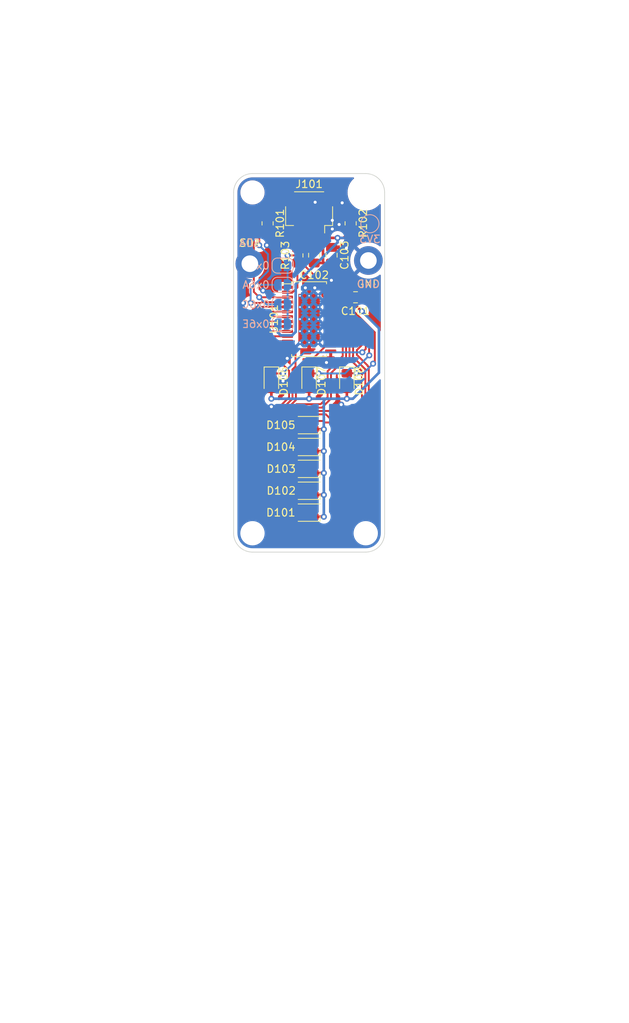
<source format=kicad_pcb>
(kicad_pcb (version 20211014) (generator pcbnew)
  (layers (0 "F.Cu" signal) (31 "B.Cu" signal) (34 "B.Paste" user) (35 "F.Paste" user) (36 "B.SilkS" user "B.Silkscreen") (37 "F.SilkS" user "F.Silkscreen") (38 "B.Mask" user) (39 "F.Mask" user) (44 "Edge.Cuts" user))
  (net 0 "")
  (net 1 "+3V3")
  (net 2 "/SDA")
  (net 3 "/SCL")
  (net 4 "GND")
  (net 5 "Net-(JP101-Pad2)")
  (net 6 "/ISET")
  (net 7 "Net-(D103-Pad2)")
  (net 8 "Net-(D103-Pad3)")
  (net 9 "Net-(D103-Pad4)")
  (net 10 "Net-(D104-Pad2)")
  (net 11 "Net-(D104-Pad3)")
  (net 12 "Net-(D104-Pad4)")
  (net 13 "Net-(D106-Pad1)")
  (net 14 "Net-(D107-Pad1)")
  (net 15 "Net-(D108-Pad1)")
  (net 16 "Net-(D101-Pad2)")
  (net 17 "Net-(D101-Pad3)")
  (net 18 "Net-(D101-Pad4)")
  (net 19 "Net-(D102-Pad2)")
  (net 20 "Net-(D102-Pad3)")
  (net 21 "Net-(D102-Pad4)")
  (net 22 "Net-(D105-Pad4)")
  (net 23 "Net-(D105-Pad3)")
  (net 24 "Net-(D105-Pad2)")
  (footprint "Capacitor_SMD:C_0805_2012Metric_Pad1.18x1.45mm_HandSolder" (layer "F.Cu") (at 130.15 70.4)
    (fp_text reference "C101" (at -0.01 1.83) (layer "F.SilkS"))
    (fp_text value "0.1uF")
    (pad "1" smd roundrect (at -1.0375 0) (size 1.175 1.45) (layers "F.Cu" "F.Paste" "F.Mask") (roundrect_rratio 0.212766) (net 1 "+3V3"))
    (pad "2" smd roundrect (at 1.0375 0) (size 1.175 1.45) (layers "F.Cu" "F.Paste" "F.Mask") (roundrect_rratio 0.212766) (net 4 "GND"))
  )
  (footprint "LED_SMD:LED_0805_2012Metric_Pad1.15x1.40mm_HandSolder" (layer "F.Cu") (at 124 81.5 -90)
    (fp_text reference "D107" (at 0 -1.65 90) (layer "F.SilkS"))
    (fp_text value "LED")
    (pad "1" smd roundrect (at -1.025 0 270) (size 1.15 1.4) (layers "F.Cu" "F.Paste" "F.Mask") (roundrect_rratio 0.217391) (net 14 "Net-(D107-Pad1)"))
    (pad "2" smd roundrect (at 1.025 0 270) (size 1.15 1.4) (layers "F.Cu" "F.Paste" "F.Mask") (roundrect_rratio 0.217391) (net 1 "+3V3"))
  )
  (footprint "LED_SMD:LED_Cree-PLCC4_2x2mm_CW" (layer "F.Cu") (at 124 87.35 180)
    (fp_text reference "D105" (at 3.75 0) (layer "F.SilkS"))
    (fp_text value "CLMVC-FKA")
    (pad "1" smd rect (at -0.75 -0.55 180) (size 1 0.8) (layers "F.Cu" "F.Paste" "F.Mask") (net 1 "+3V3"))
    (pad "2" smd rect (at 0.75 -0.55 180) (size 1 0.8) (layers "F.Cu" "F.Paste" "F.Mask") (net 24 "Net-(D105-Pad2)"))
    (pad "3" smd rect (at 0.75 0.55 180) (size 1 0.8) (layers "F.Cu" "F.Paste" "F.Mask") (net 23 "Net-(D105-Pad3)"))
    (pad "4" smd rect (at -0.75 0.55 180) (size 1 0.8) (layers "F.Cu" "F.Paste" "F.Mask") (net 22 "Net-(D105-Pad4)"))
  )
  (footprint "LED_SMD:LED_Cree-PLCC4_2x2mm_CW" (layer "F.Cu") (at 124 96.05 180)
    (fp_text reference "D102" (at 3.7 0) (layer "F.SilkS"))
    (fp_text value "CLMVC-FKA")
    (pad "1" smd rect (at -0.75 -0.55 180) (size 1 0.8) (layers "F.Cu" "F.Paste" "F.Mask") (net 1 "+3V3"))
    (pad "2" smd rect (at 0.75 -0.55 180) (size 1 0.8) (layers "F.Cu" "F.Paste" "F.Mask") (net 19 "Net-(D102-Pad2)"))
    (pad "3" smd rect (at 0.75 0.55 180) (size 1 0.8) (layers "F.Cu" "F.Paste" "F.Mask") (net 20 "Net-(D102-Pad3)"))
    (pad "4" smd rect (at -0.75 0.55 180) (size 1 0.8) (layers "F.Cu" "F.Paste" "F.Mask") (net 21 "Net-(D102-Pad4)"))
  )
  (footprint "Resistor_SMD:R_0805_2012Metric_Pad1.20x1.40mm_HandSolder" (layer "F.Cu") (at 122.45 64.85 -90)
    (fp_text reference "R103" (at 0 1.61 90) (layer "F.SilkS"))
    (fp_text value "6.8K")
    (pad "1" smd roundrect (at -1 0 270) (size 1.2 1.4) (layers "F.Cu" "F.Paste" "F.Mask") (roundrect_rratio 0.208333) (net 4 "GND"))
    (pad "2" smd roundrect (at 1 0 270) (size 1.2 1.4) (layers "F.Cu" "F.Paste" "F.Mask") (roundrect_rratio 0.208333) (net 6 "/ISET"))
  )
  (footprint "MountingHole:MountingHole_2.2mm_M2" (layer "F.Cu") (at 116.5 101.682233)
    (fp_text reference "H103" hide)
    (fp_text value "MountingHole" hide)
    (pad "" np_thru_hole circle (at 0 0) (size 2.2 2.2) (drill 2.2) (layers *.Cu *.Mask))
  )
  (footprint "Resistor_SMD:R_0805_2012Metric_Pad1.20x1.40mm_HandSolder" (layer "F.Cu") (at 118.5 60.6 -90)
    (fp_text reference "R101" (at 0 -1.65 90) (layer "F.SilkS"))
    (fp_text value "2K")
    (pad "1" smd roundrect (at -1 0 270) (size 1.2 1.4) (layers "F.Cu" "F.Paste" "F.Mask") (roundrect_rratio 0.208333) (net 3 "/SCL"))
    (pad "2" smd roundrect (at 1 0 270) (size 1.2 1.4) (layers "F.Cu" "F.Paste" "F.Mask") (roundrect_rratio 0.208333) (net 1 "+3V3"))
  )
  (footprint "Capacitor_SMD:C_0805_2012Metric_Pad1.18x1.45mm_HandSolder" (layer "F.Cu") (at 124.672 64.82 90)
    (fp_text reference "C102" (at -2.64 0.018 180) (layer "F.SilkS"))
    (fp_text value "1uF")
    (pad "1" smd roundrect (at -1.0375 0 90) (size 1.175 1.45) (layers "F.Cu" "F.Paste" "F.Mask") (roundrect_rratio 0.212766) (net 1 "+3V3"))
    (pad "2" smd roundrect (at 1.0375 0 90) (size 1.175 1.45) (layers "F.Cu" "F.Paste" "F.Mask") (roundrect_rratio 0.212766) (net 4 "GND"))
  )
  (footprint "Capacitor_SMD:C_0805_2012Metric_Pad1.18x1.45mm_HandSolder" (layer "F.Cu") (at 126.972 64.82 90)
    (fp_text reference "C103" (at 0 1.718 90) (layer "F.SilkS"))
    (fp_text value "0.1uF")
    (pad "1" smd roundrect (at -1.0375 0 90) (size 1.175 1.45) (layers "F.Cu" "F.Paste" "F.Mask") (roundrect_rratio 0.212766) (net 1 "+3V3"))
    (pad "2" smd roundrect (at 1.0375 0 90) (size 1.175 1.45) (layers "F.Cu" "F.Paste" "F.Mask") (roundrect_rratio 0.212766) (net 4 "GND"))
  )
  (footprint "Resistor_SMD:R_0805_2012Metric_Pad1.20x1.40mm_HandSolder" (layer "F.Cu") (at 129.5 60.6 -90)
    (fp_text reference "R102" (at 0 -1.65 90) (layer "F.SilkS"))
    (fp_text value "2K")
    (pad "1" smd roundrect (at -1 0 270) (size 1.2 1.4) (layers "F.Cu" "F.Paste" "F.Mask") (roundrect_rratio 0.208333) (net 2 "/SDA"))
    (pad "2" smd roundrect (at 1 0 270) (size 1.2 1.4) (layers "F.Cu" "F.Paste" "F.Mask") (roundrect_rratio 0.208333) (net 1 "+3V3"))
  )
  (footprint "LED_SMD:LED_Cree-PLCC4_2x2mm_CW" (layer "F.Cu") (at 124 93.15 180)
    (fp_text reference "D103" (at 3.7 0) (layer "F.SilkS"))
    (fp_text value "CLMVC-FKA")
    (pad "1" smd rect (at -0.75 -0.55 180) (size 1 0.8) (layers "F.Cu" "F.Paste" "F.Mask") (net 1 "+3V3"))
    (pad "2" smd rect (at 0.75 -0.55 180) (size 1 0.8) (layers "F.Cu" "F.Paste" "F.Mask") (net 7 "Net-(D103-Pad2)"))
    (pad "3" smd rect (at 0.75 0.55 180) (size 1 0.8) (layers "F.Cu" "F.Paste" "F.Mask") (net 8 "Net-(D103-Pad3)"))
    (pad "4" smd rect (at -0.75 0.55 180) (size 1 0.8) (layers "F.Cu" "F.Paste" "F.Mask") (net 9 "Net-(D103-Pad4)"))
  )
  (footprint "MountingHole:MountingHole_2.2mm_M2" (layer "F.Cu") (at 131.5 101.682233)
    (fp_text reference "H105" hide)
    (fp_text value "MountingHole" hide)
    (pad "" np_thru_hole circle (at 0 0) (size 2.2 2.2) (drill 2.2) (layers *.Cu *.Mask))
  )
  (footprint "MountingHole:MountingHole_2.2mm_M2" (layer "F.Cu") (at 131.5 56.5)
    (fp_text reference "H106" hide)
    (fp_text value "MountingHole" hide)
    (pad "" np_thru_hole circle (at 0 0) (size 2.2 2.2) (drill 2.2) (layers *.Cu *.Mask))
  )
  (footprint "LED_SMD:LED_0805_2012Metric_Pad1.15x1.40mm_HandSolder" (layer "F.Cu") (at 129 81.5 -90)
    (fp_text reference "D108" (at 0 -1.65 90) (layer "F.SilkS"))
    (fp_text value "LED")
    (pad "1" smd roundrect (at -1.025 0 270) (size 1.15 1.4) (layers "F.Cu" "F.Paste" "F.Mask") (roundrect_rratio 0.217391) (net 15 "Net-(D108-Pad1)"))
    (pad "2" smd roundrect (at 1.025 0 270) (size 1.15 1.4) (layers "F.Cu" "F.Paste" "F.Mask") (roundrect_rratio 0.217391) (net 1 "+3V3"))
  )
  (footprint "MountingHole:MountingHole_2.2mm_M2_DIN965_Pad_TopBottom" (layer "F.Cu") (at 131.85 65.525)
    (fp_text reference "H101" hide)
    (fp_text value "MountingHole_Pad" hide)
    (pad "1" connect circle (at 0 0) (size 3.8 3.8) (layers "B.Cu" "B.Mask") (net 4 "GND"))
    (pad "1" thru_hole circle (at 0 0) (size 2.6 2.6) (drill 2.2) (layers *.Cu *.Mask) (net 4 "GND"))
    (pad "1" connect circle (at 0 0) (size 3.8 3.8) (layers "F.Cu" "F.Mask") (net 4 "GND"))
  )
  (footprint "LED_SMD:LED_Cree-PLCC4_2x2mm_CW" (layer "F.Cu") (at 124 90.25 180)
    (fp_text reference "D104" (at 3.75 0) (layer "F.SilkS"))
    (fp_text value "CLMVC-FKA")
    (pad "1" smd rect (at -0.75 -0.55 180) (size 1 0.8) (layers "F.Cu" "F.Paste" "F.Mask") (net 1 "+3V3"))
    (pad "2" smd rect (at 0.75 -0.55 180) (size 1 0.8) (layers "F.Cu" "F.Paste" "F.Mask") (net 10 "Net-(D104-Pad2)"))
    (pad "3" smd rect (at 0.75 0.55 180) (size 1 0.8) (layers "F.Cu" "F.Paste" "F.Mask") (net 11 "Net-(D104-Pad3)"))
    (pad "4" smd rect (at -0.75 0.55 180) (size 1 0.8) (layers "F.Cu" "F.Paste" "F.Mask") (net 12 "Net-(D104-Pad4)"))
  )
  (footprint "uFinder:TSSOP-28-1EP_4.4x9.7mm_P0.65mm_EP2.85x6.7mmVias" (layer "F.Cu") (at 124 73.3)
    (fp_text reference "U101" (at -4.65 0 90) (layer "F.SilkS"))
    (fp_text value "IS32FL3238")
    (pad "1" smd roundrect (at -2.8625 -4.225) (size 1.475 0.4) (layers "F.Cu" "F.Paste" "F.Mask") (net 4 "GND"))
    (pad "2" smd roundrect (at -2.8625 -3.575) (size 1.475 0.4) (layers "F.Cu" "F.Paste" "F.Mask") (net 6 "/ISET"))
    (pad "3" smd roundrect (at -2.8625 -2.925) (size 1.475 0.4) (layers "F.Cu" "F.Paste" "F.Mask") (net 2 "/SDA"))
    (pad "4" smd roundrect (at -2.8625 -2.275) (size 1.475 0.4) (layers "F.Cu" "F.Paste" "F.Mask") (net 3 "/SCL"))
    (pad "5" smd roundrect (at -2.8625 -1.625) (size 1.475 0.4) (layers "F.Cu" "F.Paste" "F.Mask") (net 16 "Net-(D101-Pad2)"))
    (pad "6" smd roundrect (at -2.8625 -0.975) (size 1.475 0.4) (layers "F.Cu" "F.Paste" "F.Mask") (net 17 "Net-(D101-Pad3)"))
    (pad "7" smd roundrect (at -2.8625 -0.325) (size 1.475 0.4) (layers "F.Cu" "F.Paste" "F.Mask") (net 18 "Net-(D101-Pad4)"))
    (pad "8" smd roundrect (at -2.8625 0.325) (size 1.475 0.4) (layers "F.Cu" "F.Paste" "F.Mask") (net 19 "Net-(D102-Pad2)"))
    (pad "9" smd roundrect (at -2.8625 0.975) (size 1.475 0.4) (layers "F.Cu" "F.Paste" "F.Mask") (net 20 "Net-(D102-Pad3)"))
    (pad "10" smd roundrect (at -2.8625 1.625) (size 1.475 0.4) (layers "F.Cu" "F.Paste" "F.Mask") (net 21 "Net-(D102-Pad4)"))
    (pad "11" smd roundrect (at -2.8625 2.275) (size 1.475 0.4) (layers "F.Cu" "F.Paste" "F.Mask") (net 7 "Net-(D103-Pad2)"))
    (pad "12" smd roundrect (at -2.8625 2.925) (size 1.475 0.4) (layers "F.Cu" "F.Paste" "F.Mask") (net 8 "Net-(D103-Pad3)"))
    (pad "13" smd roundrect (at -2.8625 3.575) (size 1.475 0.4) (layers "F.Cu" "F.Paste" "F.Mask") (net 9 "Net-(D103-Pad4)"))
    (pad "14" smd roundrect (at -2.8625 4.225) (size 1.475 0.4) (layers "F.Cu" "F.Paste" "F.Mask") (net 4 "GND"))
    (pad "15" smd roundrect (at 2.8625 4.225) (size 1.475 0.4) (layers "F.Cu" "F.Paste" "F.Mask") (net 4 "GND"))
    (pad "16" smd roundrect (at 2.8625 3.575) (size 1.475 0.4) (layers "F.Cu" "F.Paste" "F.Mask") (net 10 "Net-(D104-Pad2)"))
    (pad "17" smd roundrect (at 2.8625 2.925) (size 1.475 0.4) (layers "F.Cu" "F.Paste" "F.Mask") (net 11 "Net-(D104-Pad3)"))
    (pad "18" smd roundrect (at 2.8625 2.275) (size 1.475 0.4) (layers "F.Cu" "F.Paste" "F.Mask") (net 12 "Net-(D104-Pad4)"))
    (pad "19" smd roundrect (at 2.8625 1.625) (size 1.475 0.4) (layers "F.Cu" "F.Paste" "F.Mask") (net 24 "Net-(D105-Pad2)"))
    (pad "20" smd roundrect (at 2.8625 0.975) (size 1.475 0.4) (layers "F.Cu" "F.Paste" "F.Mask") (net 23 "Net-(D105-Pad3)"))
    (pad "21" smd roundrect (at 2.8625 0.325) (size 1.475 0.4) (layers "F.Cu" "F.Paste" "F.Mask") (net 22 "Net-(D105-Pad4)"))
    (pad "22" smd roundrect (at 2.8625 -0.325) (size 1.475 0.4) (layers "F.Cu" "F.Paste" "F.Mask") (net 13 "Net-(D106-Pad1)"))
    (pad "23" smd roundrect (at 2.8625 -0.975) (size 1.475 0.4) (layers "F.Cu" "F.Paste" "F.Mask") (net 14 "Net-(D107-Pad1)"))
    (pad "24" smd roundrect (at 2.8625 -1.625) (size 1.475 0.4) (layers "F.Cu" "F.Paste" "F.Mask") (net 15 "Net-(D108-Pad1)"))
    (pad "25" smd roundrect (at 2.8625 -2.275) (size 1.475 0.4) (layers "F.Cu" "F.Paste" "F.Mask") (net 1 "+3V3"))
    (pad "26" smd roundrect (at 2.8625 -2.925) (size 1.475 0.4) (layers "F.Cu" "F.Paste" "F.Mask") (net 5 "Net-(JP101-Pad2)"))
    (pad "27" smd roundrect (at 2.8625 -3.575) (size 1.475 0.4) (layers "F.Cu" "F.Paste" "F.Mask") (net 1 "+3V3"))
    (pad "28" smd roundrect (at 2.8625 -4.225) (size 1.475 0.4) (layers "F.Cu" "F.Paste" "F.Mask") (net 4 "GND"))
    (pad "29" thru_hole circle (at -1.2 0) (size 0.4 0.4) (drill 0.2) (layers *.Cu "B.Mask") (net 4 "GND"))
    (pad "29" thru_hole circle (at -1.2 3.1) (size 0.4 0.4) (drill 0.2) (layers *.Cu "B.Mask") (net 4 "GND"))
    (pad "29" thru_hole circle (at 1.2 3.1) (size 0.4 0.4) (drill 0.2) (layers *.Cu "B.Mask") (net 4 "GND"))
    (pad "29" thru_hole circle (at 1.2 0) (size 0.4 0.4) (drill 0.2) (layers *.Cu "B.Mask") (net 4 "GND"))
    (pad "29" thru_hole circle (at 0 1.6) (size 0.4 0.4) (drill 0.2) (layers *.Cu "B.Mask") (net 4 "GND"))
    (pad "29" thru_hole circle (at 1.2 -1.6) (size 0.4 0.4) (drill 0.2) (layers *.Cu "B.Mask") (net 4 "GND"))
    (pad "29" smd rect (at 0 0) (size 2.85 6.7) (layers "F.Cu" "F.Mask") (net 4 "GND"))
    (pad "29" thru_hole circle (at 0 0) (size 0.4 0.4) (drill 0.2) (layers *.Cu "B.Mask") (net 4 "GND"))
    (pad "29" thru_hole circle (at 0 -1.6) (size 0.4 0.4) (drill 0.2) (layers *.Cu "B.Mask") (net 4 "GND"))
    (pad "29" thru_hole circle (at -1.2 1.6) (size 0.4 0.4) (drill 0.2) (layers *.Cu "B.Mask") (net 4 "GND"))
    (pad "29" thru_hole circle (at 1.2 1.6) (size 0.4 0.4) (drill 0.2) (layers *.Cu "B.Mask") (net 4 "GND"))
    (pad "29" thru_hole circle (at -1.2 -3.1) (size 0.4 0.4) (drill 0.2) (layers *.Cu "B.Mask") (net 4 "GND"))
    (pad "29" thru_hole circle (at -1.2 -1.6) (size 0.4 0.4) (drill 0.2) (layers *.Cu "B.Mask") (net 4 "GND"))
    (pad "29" thru_hole circle (at 0 -3.1) (size 0.4 0.4) (drill 0.2) (layers *.Cu "B.Mask") (net 4 "GND"))
    (pad "29" thru_hole circle (at 0 3.1) (size 0.4 0.4) (drill 0.2) (layers *.Cu "B.Mask") (net 4 "GND"))
    (pad "29" thru_hole circle (at 1.2 -3.1) (size 0.4 0.4) (drill 0.2) (layers *.Cu "B.Mask") (net 4 "GND"))
  )
  (footprint "LED_SMD:LED_0805_2012Metric_Pad1.15x1.40mm_HandSolder" (layer "F.Cu") (at 119 81.5 -90)
    (fp_text reference "D106" (at 0 -1.65 90) (layer "F.SilkS"))
    (fp_text value "LED")
    (pad "1" smd roundrect (at -1.025 0 270) (size 1.15 1.4) (layers "F.Cu" "F.Paste" "F.Mask") (roundrect_rratio 0.217391) (net 13 "Net-(D106-Pad1)"))
    (pad "2" smd roundrect (at 1.025 0 270) (size 1.15 1.4) (layers "F.Cu" "F.Paste" "F.Mask") (roundrect_rratio 0.217391) (net 1 "+3V3"))
  )
  (footprint "LED_SMD:LED_Cree-PLCC4_2x2mm_CW" (layer "F.Cu") (at 124 98.95 180)
    (fp_text reference "D101" (at 3.75 0) (layer "F.SilkS"))
    (fp_text value "CLMVC-FKA")
    (pad "1" smd rect (at -0.75 -0.55 180) (size 1 0.8) (layers "F.Cu" "F.Paste" "F.Mask") (net 1 "+3V3"))
    (pad "2" smd rect (at 0.75 -0.55 180) (size 1 0.8) (layers "F.Cu" "F.Paste" "F.Mask") (net 16 "Net-(D101-Pad2)"))
    (pad "3" smd rect (at 0.75 0.55 180) (size 1 0.8) (layers "F.Cu" "F.Paste" "F.Mask") (net 17 "Net-(D101-Pad3)"))
    (pad "4" smd rect (at -0.75 0.55 180) (size 1 0.8) (layers "F.Cu" "F.Paste" "F.Mask") (net 18 "Net-(D101-Pad4)"))
  )
  (footprint "Connector_JST:JST_SH_SM04B-SRSS-TB_1x04-1MP_P1.00mm_Horizontal" (layer "F.Cu") (at 124 59.1 180)
    (fp_text reference "J101" (at 0 3.7) (layer "F.SilkS"))
    (fp_text value "Conn_01x04_Male")
    (pad "1" smd roundrect (at -1.5 -2 180) (size 0.6 1.55) (layers "F.Cu" "F.Paste" "F.Mask") (net 4 "GND"))
    (pad "2" smd roundrect (at -0.5 -2 180) (size 0.6 1.55) (layers "F.Cu" "F.Paste" "F.Mask") (net 1 "+3V3"))
    (pad "3" smd roundrect (at 0.5 -2 180) (size 0.6 1.55) (layers "F.Cu" "F.Paste" "F.Mask") (net 2 "/SDA"))
    (pad "4" smd roundrect (at 1.5 -2 180) (size 0.6 1.55) (layers "F.Cu" "F.Paste" "F.Mask") (net 3 "/SCL"))
    (pad "MP" smd roundrect (at -2.8 1.875 180) (size 1.2 1.8) (layers "F.Cu" "F.Paste" "F.Mask") (roundrect_rratio 0.208333))
    (pad "MP" smd roundrect (at 2.8 1.875 180) (size 1.2 1.8) (layers "F.Cu" "F.Paste" "F.Mask") (roundrect_rratio 0.208333))
  )
  (footprint "MountingHole:MountingHole_2.2mm_M2_DIN965_Pad_TopBottom" (layer "F.Cu") (at 116.15 65.95)
    (fp_text reference "H102" hide)
    (fp_text value "MountingHole_Pad" hide)
    (pad "1" thru_hole circle (at 0 0) (size 2.6 2.6) (drill 2.2) (layers *.Cu *.Mask) (net 2 "/SDA"))
    (pad "1" connect circle (at 0 0) (size 3.8 3.8) (layers "F.Cu" "F.Mask") (net 2 "/SDA"))
    (pad "1" connect circle (at 0 0) (size 3.8 3.8) (layers "B.Cu" "B.Mask") (net 2 "/SDA"))
  )
  (footprint "MountingHole:MountingHole_2.2mm_M2" (layer "F.Cu") (at 116.5 56.5)
    (fp_text reference "H104" hide)
    (fp_text value "MountingHole" hide)
    (pad "" np_thru_hole circle (at 0 0) (size 2.2 2.2) (drill 2.2) (layers *.Cu *.Mask))
  )
  (footprint "Jumper:SolderJumper-2_P1.3mm_Open_RoundedPad1.0x1.5mm" (layer "B.Cu") (at 120.5 73.95)
    (fp_text reference "JP104" hide)
    (fp_text value "0x6E" (at -1.65 0) (layer "B.SilkS") (effects (justify left mirror)))
    (pad "1" smd custom (at -0.65 0) (size 1 0.5) (layers "B.Cu" "B.Mask") (net 1 "+3V3") (options (clearance outline) (anchor rect)) (primitives (gr_circle (center 0 -0.25) (end 0.5 -0.25) (width 0) (fill yes)) (gr_circle (center 0 0.25) (end 0.5 0.25) (width 0) (fill yes)) (gr_poly (pts (xy 0.5 -0.75) (xy 0 -0.75) (xy 0 0.75) (xy 0.5 0.75)) (width 0) (fill yes))))
    (pad "2" smd custom (at 0.65 0) (size 1 0.5) (layers "B.Cu" "B.Mask") (net 5 "Net-(JP101-Pad2)") (options (clearance outline) (anchor rect)) (primitives (gr_circle (center 0 -0.25) (end 0.5 -0.25) (width 0) (fill yes)) (gr_circle (center 0 0.25) (end 0.5 0.25) (width 0) (fill yes)) (gr_poly (pts (xy 0 -0.75) (xy -0.5 -0.75) (xy -0.5 0.75) (xy 0 0.75)) (width 0) (fill yes))))
  )
  (footprint "Jumper:SolderJumper-2_P1.3mm_Open_RoundedPad1.0x1.5mm" (layer "B.Cu") (at 120.5 68.75)
    (fp_text reference "JP102" hide)
    (fp_text value "0x6A" (at -1.65 0) (layer "B.SilkS") (effects (justify left mirror)))
    (pad "1" smd custom (at -0.65 0) (size 1 0.5) (layers "B.Cu" "B.Mask") (net 3 "/SCL") (options (clearance outline) (anchor rect)) (primitives (gr_circle (center 0 -0.25) (end 0.5 -0.25) (width 0) (fill yes)) (gr_circle (center 0 0.25) (end 0.5 0.25) (width 0) (fill yes)) (gr_poly (pts (xy 0.5 -0.75) (xy 0 -0.75) (xy 0 0.75) (xy 0.5 0.75)) (width 0) (fill yes))))
    (pad "2" smd custom (at 0.65 0) (size 1 0.5) (layers "B.Cu" "B.Mask") (net 5 "Net-(JP101-Pad2)") (options (clearance outline) (anchor rect)) (primitives (gr_circle (center 0 -0.25) (end 0.5 -0.25) (width 0) (fill yes)) (gr_circle (center 0 0.25) (end 0.5 0.25) (width 0) (fill yes)) (gr_poly (pts (xy 0 -0.75) (xy -0.5 -0.75) (xy -0.5 0.75) (xy 0 0.75)) (width 0) (fill yes))))
  )
  (footprint "Jumper:SolderJumper-2_P1.3mm_Open_RoundedPad1.0x1.5mm" (layer "B.Cu") (at 120.5 71.35)
    (fp_text reference "JP103" hide)
    (fp_text value "0x6C" (at -1.6 0) (layer "B.SilkS") (effects (justify left mirror)))
    (pad "1" smd custom (at -0.65 0) (size 1 0.5) (layers "B.Cu" "B.Mask") (net 2 "/SDA") (options (clearance outline) (anchor rect)) (primitives (gr_circle (center 0 -0.25) (end 0.5 -0.25) (width 0) (fill yes)) (gr_circle (center 0 0.25) (end 0.5 0.25) (width 0) (fill yes)) (gr_poly (pts (xy 0.5 -0.75) (xy 0 -0.75) (xy 0 0.75) (xy 0.5 0.75)) (width 0) (fill yes))))
    (pad "2" smd custom (at 0.65 0) (size 1 0.5) (layers "B.Cu" "B.Mask") (net 5 "Net-(JP101-Pad2)") (options (clearance outline) (anchor rect)) (primitives (gr_circle (center 0 -0.25) (end 0.5 -0.25) (width 0) (fill yes)) (gr_circle (center 0 0.25) (end 0.5 0.25) (width 0) (fill yes)) (gr_poly (pts (xy 0 -0.75) (xy -0.5 -0.75) (xy -0.5 0.75) (xy 0 0.75)) (width 0) (fill yes))))
  )
  (footprint "TestPoint:TestPoint_Pad_D2.0mm" (layer "B.Cu") (at 132.05 60.65 180)
    (fp_text reference "TPe101" hide)
    (fp_text value "3V3" (at 0 -2.05) (layer "B.SilkS") (effects (justify mirror)))
    (pad "1" smd circle (at 0 0 180) (size 2 2) (layers "B.Cu" "B.Mask") (net 1 "+3V3"))
  )
  (footprint "Jumper:SolderJumper-2_P1.3mm_Bridged_RoundedPad1.0x1.5mm" (layer "B.Cu") (at 120.5 66.2)
    (fp_text reference "JP101" hide)
    (fp_text value "0x68" (at -1.65 0) (layer "B.SilkS") (effects (justify left mirror)))
    (fp_poly (pts (xy 0.25 0.3) (xy -0.25 0.3) (xy -0.25 -0.3) (xy 0.25 -0.3)) (layer "B.Cu") (width 0) (fill solid))
    (pad "1" smd custom (at -0.65 0) (size 1 0.5) (layers "B.Cu" "B.Mask") (net 4 "GND") (options (clearance outline) (anchor rect)) (primitives (gr_circle (center 0 -0.25) (end 0.5 -0.25) (width 0) (fill yes)) (gr_circle (center 0 0.25) (end 0.5 0.25) (width 0) (fill yes)) (gr_poly (pts (xy 0.5 -0.75) (xy 0 -0.75) (xy 0 0.75) (xy 0.5 0.75)) (width 0) (fill yes))))
    (pad "2" smd custom (at 0.65 0) (size 1 0.5) (layers "B.Cu" "B.Mask") (net 5 "Net-(JP101-Pad2)") (options (clearance outline) (anchor rect)) (primitives (gr_circle (center 0 -0.25) (end 0.5 -0.25) (width 0) (fill yes)) (gr_circle (center 0 0.25) (end 0.5 0.25) (width 0) (fill yes)) (gr_poly (pts (xy 0 -0.75) (xy -0.5 -0.75) (xy -0.5 0.75) (xy 0 0.75)) (width 0) (fill yes))))
  )
  (gr_arc (start 134 101.682233) (mid 133.267767 103.45) (end 131.5 104.182233) (layer "Edge.Cuts") (width 0.1))
  (gr_arc (start 116.5 104.182233) (mid 114.732233 103.45) (end 114 101.682233) (layer "Edge.Cuts") (width 0.1))
  (gr_line (start 116.5 54) (end 131.5 54) (layer "Edge.Cuts") (width 0.1))
  (gr_line (start 134 56.5) (end 134 101.682233) (layer "Edge.Cuts") (width 0.1))
  (gr_line (start 131.5 104.182233) (end 116.5 104.182233) (layer "Edge.Cuts") (width 0.1))
  (gr_arc (start 114 56.5) (mid 114.732233 54.732233) (end 116.5 54) (layer "Edge.Cuts") (width 0.1))
  (gr_arc (start 131.5 54) (mid 133.267767 54.732233) (end 134 56.5) (layer "Edge.Cuts") (width 0.1))
  (gr_line (start 114 101.682233) (end 114 56.5) (layer "Edge.Cuts") (width 0.1))
  (gr_text "GND" (at 131.85 68.65) (layer "B.SilkS") (effects (font (size 1 1)) (justify mirror)))
  (gr_text "SDA" (at 116.15 63.2) (layer "B.SilkS") (effects (font (size 1 1)) (justify mirror)))
  (gr_text "GND" (at 131.85 68.65) (layer "F.SilkS") (effects (font (size 1 1))))
  (gr_text "SDA" (at 116.15 63.2) (layer "F.SilkS") (effects (font (size 1 1))))
  (segment (start 129 83.85) (end 129 82.525) (width 0.35) (layer "F.Cu") (net 1))
  (segment (start 125.95 90.8) (end 124.75 90.8) (width 0.35) (layer "F.Cu") (net 1))
  (segment (start 128.57152 62.52848) (end 127.77152 62.52848) (width 0.35) (layer "F.Cu") (net 1))
  (segment (start 129.1125 70.4125) (end 129.1125 70.4) (width 0.35) (layer "F.Cu") (net 1))
  (segment (start 124.5 62.52848) (end 124.5 61.1) (width 0.35) (layer "F.Cu") (net 1))
  (segment (start 125.95 93.7) (end 124.75 93.7) (width 0.35) (layer "F.Cu") (net 1))
  (segment (start 128.0575 65.8575) (end 126.972 65.8575) (width 0.35) (layer "F.Cu") (net 1))
  (segment (start 118.5 61.6) (end 119.42848 62.52848) (width 0.35) (layer "F.Cu") (net 1))
  (segment (start 126.8625 71.025) (end 128.4875 71.025) (width 0.35) (layer "F.Cu") (net 1))
  (segment (start 128.4875 71.025) (end 129.1125 70.4) (width 0.35) (layer "F.Cu") (net 1))
  (segment (start 126.8625 69.725) (end 128.4375 69.725) (width 0.35) (layer "F.Cu") (net 1))
  (segment (start 129.5 61.6) (end 128.57152 62.52848) (width 0.35) (layer "F.Cu") (net 1))
  (segment (start 130.95 72.25) (end 129.1125 70.4125) (width 0.35) (layer "F.Cu") (net 1))
  (segment (start 119 83.85) (end 119 82.525) (width 0.35) (layer "F.Cu") (net 1))
  (segment (start 128.4375 69.725) (end 129.1125 70.4) (width 0.35) (layer "F.Cu") (net 1))
  (segment (start 129.1125 70.4) (end 129.1625 70.35) (width 0.35) (layer "F.Cu") (net 1))
  (segment (start 125.95 99.5) (end 124.75 99.5) (width 0.35) (layer "F.Cu") (net 1))
  (segment (start 125.87152 62.52848) (end 124.92848 62.52848) (width 0.35) (layer "F.Cu") (net 1))
  (segment (start 124.672 65.8575) (end 125.8425 65.8575) (width 0.35) (layer "F.Cu") (net 1))
  (segment (start 129.1625 66.9625) (end 128.0575 65.8575) (width 0.35) (layer "F.Cu") (net 1))
  (segment (start 131 72.25) (end 130.95 72.25) (width 0.35) (layer "F.Cu") (net 1))
  (segment (start 125.95 96.6) (end 124.75 96.6) (width 0.35) (layer "F.Cu") (net 1))
  (segment (start 129.1625 70.35) (end 129.1625 66.9625) (width 0.35) (layer "F.Cu") (net 1))
  (segment (start 125.8425 65.8575) (end 125.8425 62.5575) (width 0.35) (layer "F.Cu") (net 1))
  (segment (start 125.8425 65.8575) (end 126.972 65.8575) (width 0.35) (layer "F.Cu") (net 1))
  (segment (start 124 83.85) (end 124 82.525) (width 0.35) (layer "F.Cu") (net 1))
  (segment (start 127.77152 62.52848) (end 125.87152 62.52848) (width 0.35) (layer "F.Cu") (net 1))
  (segment (start 119.42848 62.52848) (end 124.92848 62.52848) (width 0.35) (layer "F.Cu") (net 1))
  (segment (start 125.95 87.9) (end 124.75 87.9) (width 0.35) (layer "F.Cu") (net 1))
  (segment (start 125.8425 62.5575) (end 125.87152 62.52848) (width 0.35) (layer "F.Cu") (net 1))
  (via (at 127.77152 62.52848) (size 0.8) (drill 0.4) (layers "F.Cu" "B.Cu") (net 1))
  (via (at 125.95 87.9) (size 0.8) (drill 0.4) (layers "F.Cu" "B.Cu") (net 1))
  (via (at 119 83.85) (size 0.8) (drill 0.4) (layers "F.Cu" "B.Cu") (net 1))
  (via (at 125.95 99.5) (size 0.8) (drill 0.4) (layers "F.Cu" "B.Cu") (net 1))
  (via (at 125.95 93.7) (size 0.8) (drill 0.4) (layers "F.Cu" "B.Cu") (net 1))
  (via (at 125.95 90.8) (size 0.8) (drill 0.4) (layers "F.Cu" "B.Cu") (net 1))
  (via (at 124 83.85) (size 0.8) (drill 0.4) (layers "F.Cu" "B.Cu") (net 1))
  (via (at 131 72.25) (size 0.8) (drill 0.4) (layers "F.Cu" "B.Cu") (net 1))
  (via (at 125.95 96.6) (size 0.8) (drill 0.4) (layers "F.Cu" "B.Cu") (net 1))
  (via (at 129 83.85) (size 0.8) (drill 0.4) (layers "F.Cu" "B.Cu") (net 1))
  (segment (start 122.225489 74.974511) (end 121.75 75.45) (width 0.35) (layer "B.Cu") (net 1))
  (segment (start 119 83.85) (end 121.15 83.85) (width 0.35) (layer "B.Cu") (net 1))
  (segment (start 125.55 83.85) (end 121.15 83.85) (width 0.35) (layer "B.Cu") (net 1))
  (segment (start 129 83.85) (end 125.55 83.85) (width 0.35) (layer "B.Cu") (net 1))
  (segment (start 133.25 80.4) (end 133.25 74.5) (width 0.35) (layer "B.Cu") (net 1))
  (segment (start 125.95 93.7) (end 125.95 96.6) (width 0.35) (layer "B.Cu") (net 1))
  (segment (start 133.25 74.5) (end 131 72.25) (width 0.35) (layer "B.Cu") (net 1))
  (segment (start 130.17152 62.52848) (end 132.05 60.65) (width 0.35) (layer "B.Cu") (net 1))
  (segment (start 120.25 75.45) (end 119.85 75.05) (width 0.35) (layer "B.Cu") (net 1))
  (segment (start 119.85 75.05) (end 119.85 73.95) (width 0.35) (layer "B.Cu") (net 1))
  (segment (start 125.95 90.8) (end 125.95 93.7) (width 0.35) (layer "B.Cu") (net 1))
  (segment (start 127.77152 63.12848) (end 122.225489 68.674511) (width 0.35) (layer "B.Cu") (net 1))
  (segment (start 127.77152 62.52848) (end 127.77152 63.12848) (width 0.35) (layer "B.Cu") (net 1))
  (segment (start 121.75 75.45) (end 120.25 75.45) (width 0.35) (layer "B.Cu") (net 1))
  (segment (start 125.95 96.6) (end 125.95 99.5) (width 0.35) (layer "B.Cu") (net 1))
  (segment (start 127.77152 62.52848) (end 130.17152 62.52848) (width 0.35) (layer "B.Cu") (net 1))
  (segment (start 125.95 83.85) (end 125.95 87.9) (width 0.35) (layer "B.Cu") (net 1))
  (segment (start 125.95 87.9) (end 125.95 90.8) (width 0.35) (layer "B.Cu") (net 1))
  (segment (start 129.8 83.85) (end 133.25 80.4) (width 0.35) (layer "B.Cu") (net 1))
  (segment (start 122.225489 68.674511) (end 122.225489 74.974511) (width 0.35) (layer "B.Cu") (net 1))
  (segment (start 129 83.85) (end 129.8 83.85) (width 0.35) (layer "B.Cu") (net 1))
  (segment (start 123.37548 58.67548) (end 124.05 59.35) (width 0.25) (layer "F.Cu") (net 2))
  (segment (start 124.6 58.8) (end 126.975 58.8) (width 0.25) (layer "F.Cu") (net 2))
  (segment (start 123.5 59.9) (end 124.6 58.8) (width 0.25) (layer "F.Cu") (net 2))
  (segment (start 121.1125 70.4) (end 117.4 70.4) (width 0.25) (layer "F.Cu") (net 2))
  (segment (start 126.975 58.8) (end 128.7 58.8) (width 0.25) (layer "F.Cu") (net 2))
  (segment (start 116.675489 59.812018) (end 117.812027 58.67548) (width 0.25) (layer "F.Cu") (net 2))
  (segment (start 116.675489 69.675489) (end 116.675489 59.812018) (width 0.25) (layer "F.Cu") (net 2))
  (segment (start 117.812027 58.67548) (end 123.37548 58.67548) (width 0.25) (layer "F.Cu") (net 2))
  (segment (start 117.4 70.4) (end 116.675489 69.675489) (width 0.25) (layer "F.Cu") (net 2))
  (segment (start 121.1375 70.375) (end 121.1125 70.4) (width 0.25) (layer "F.Cu") (net 2))
  (segment (start 128.7 58.8) (end 129.5 59.6) (width 0.25) (layer "F.Cu") (net 2))
  (segment (start 123.5 61.1) (end 123.5 59.9) (width 0.25) (layer "F.Cu") (net 2))
  (via (at 117.4 70.4) (size 0.8) (drill 0.4) (layers "F.Cu" "B.Cu") (net 2))
  (segment (start 117.4 70.4) (end 118.35 71.35) (width 0.25) (layer "B.Cu") (net 2))
  (segment (start 118.35 71.35) (end 119.85 71.35) (width 0.25) (layer "B.Cu") (net 2))
  (segment (start 117.4 60.7) (end 118.5 59.6) (width 0.25) (layer "F.Cu") (net 3))
  (segment (start 116.25 71.15) (end 117.674614 71.15) (width 0.25) (layer "F.Cu") (net 3))
  (segment (start 117.4 63.5) (end 117.4 60.7) (width 0.25) (layer "F.Cu") (net 3))
  (segment (start 121.45 61.1) (end 119.95 59.6) (width 0.25) (layer "F.Cu") (net 3))
  (segment (start 121.1125 71.05) (end 121.1375 71.025) (width 0.25) (layer "F.Cu") (net 3))
  (segment (start 119.95 59.6) (end 118.5 59.6) (width 0.25) (layer "F.Cu") (net 3))
  (segment (start 122.5 61.1) (end 121.45 61.1) (width 0.25) (layer "F.Cu") (net 3))
  (segment (start 117.774614 71.05) (end 121.1125 71.05) (width 0.25) (layer "F.Cu") (net 3))
  (segment (start 117.674614 71.15) (end 117.774614 71.05) (width 0.25) (layer "F.Cu") (net 3))
  (via (at 116.25 71.15) (size 0.8) (drill 0.4) (layers "F.Cu" "B.Cu") (net 3))
  (via (at 117.4 63.5) (size 0.8) (drill 0.4) (layers "F.Cu" "B.Cu") (net 3))
  (segment (start 116.25 69.25) (end 117.05 68.45) (width 0.25) (layer "B.Cu") (net 3))
  (segment (start 117.4 63.524614) (end 117.4 63.5) (width 0.25) (layer "B.Cu") (net 3))
  (segment (start 118.55 66.95) (end 118.55 64.674614) (width 0.25) (layer "B.Cu") (net 3))
  (segment (start 117.05 68.45) (end 118.55 66.95) (width 0.25) (layer "B.Cu") (net 3))
  (segment (start 116.25 71.15) (end 116.25 69.25) (width 0.25) (layer "B.Cu") (net 3))
  (segment (start 117.4 68.75) (end 119.85 68.75) (width 0.25) (layer "B.Cu") (net 3))
  (segment (start 117.4 68.75) (end 117.1 68.45) (width 0.25) (layer "B.Cu") (net 3))
  (segment (start 118.55 64.674614) (end 117.4 63.524614) (width 0.25) (layer "B.Cu") (net 3))
  (segment (start 117.1 68.45) (end 117.05 68.45) (width 0.25) (layer "B.Cu") (net 3))
  (via (at 127.075 61.35) (size 0.8) (drill 0.4) (layers "F.Cu" "B.Cu") (net 4))
  (via (at 128.25 84.6245) (size 0.8) (drill 0.4) (layers "F.Cu" "B.Cu") (net 4))
  (via (at 124.8 57.8) (size 0.8) (drill 0.4) (layers "F.Cu" "B.Cu") (net 4))
  (via (at 126.95 68.15) (size 0.8) (drill 0.4) (layers "F.Cu" "B.Cu") (net 4))
  (via (at 127.075 60.2) (size 0.8) (drill 0.4) (layers "F.Cu" "B.Cu") (net 4))
  (via (at 126.3 79.05) (size 0.8) (drill 0.4) (layers "F.Cu" "B.Cu") (net 4))
  (via (at 128.95 63.875) (size 0.8) (drill 0.4) (layers "F.Cu" "B.Cu") (net 4))
  (via (at 128.38 57.88) (size 0.8) (drill 0.4) (layers "F.Cu" "B.Cu") (net 4))
  (via (at 121.1 78.5) (size 0.8) (drill 0.4) (layers "F.Cu" "B.Cu") (net 4))
  (via (at 127.975 60.75) (size 0.8) (drill 0.4) (layers "F.Cu" "B.Cu") (net 4))
  (via (at 117.9 69.5) (size 0.8) (drill 0.4) (layers "F.Cu" "B.Cu") (net 4))
  (via (at 120.55 81.5) (size 0.8) (drill 0.4) (layers "F.Cu" "B.Cu") (net 4))
  (via (at 125.25 81.499503) (size 0.8) (drill 0.4) (layers "F.Cu" "B.Cu") (net 4))
  (via (at 119 84.9) (size 0.8) (drill 0.4) (layers "F.Cu" "B.Cu") (net 4))
  (via (at 123.5 69.15) (size 0.8) (drill 0.4) (layers "F.Cu" "B.Cu") (net 4))
  (via (at 124.75 69.15) (size 0.8) (drill 0.4) (layers "F.Cu" "B.Cu") (net 4))
  (via (at 115.25 71.15) (size 0.8) (drill 0.4) (layers "F.Cu" "B.Cu") (net 4))
  (via (at 118.4 63.5) (size 0.8) (drill 0.4) (layers "F.Cu" "B.Cu") (net 4))
  (segment (start 123.55 66.360493) (end 125.75 68.560493) (width 0.25) (layer "F.Cu") (net 5))
  (segment (start 121.15 64.85) (end 123.190453 64.85) (width 0.25) (layer "F.Cu") (net 5))
  (segment (start 123.55 65.209547) (end 123.55 66.360493) (width 0.25) (layer "F.Cu") (net 5))
  (segment (start 125.75 68.560493) (end 125.75 70.2) (width 0.25) (layer "F.Cu") (net 5))
  (segment (start 123.190453 64.85) (end 123.55 65.209547) (width 0.25) (layer "F.Cu") (net 5))
  (segment (start 125.925 70.375) (end 126.8625 70.375) (width 0.25) (layer "F.Cu") (net 5))
  (segment (start 125.75 70.2) (end 125.925 70.375) (width 0.25) (layer "F.Cu") (net 5))
  (via (at 121.15 64.85) (size 0.8) (drill 0.4) (layers "F.Cu" "B.Cu") (net 5))
  (segment (start 121.15 66.2) (end 121.15 73.95) (width 0.25) (layer "B.Cu") (net 5))
  (segment (start 121.15 64.85) (end 121.15 66.2) (width 0.25) (layer "B.Cu") (net 5))
  (segment (start 121.825361 69.725) (end 122.45 69.100361) (width 0.25) (layer "F.Cu") (net 6))
  (segment (start 121.1375 69.725) (end 121.825361 69.725) (width 0.25) (layer "F.Cu") (net 6))
  (segment (start 122.45 69.100361) (end 122.45 65.85) (width 0.25) (layer "F.Cu") (net 6))
  (segment (start 117.815459 92.165459) (end 119.35 93.7) (width 0.25) (layer "F.Cu") (net 7))
  (segment (start 117.815459 76.184541) (end 117.815459 92.165459) (width 0.25) (layer "F.Cu") (net 7))
  (segment (start 118.425 75.575) (end 117.815459 76.184541) (width 0.25) (layer "F.Cu") (net 7))
  (segment (start 119.35 93.7) (end 123.25 93.7) (width 0.25) (layer "F.Cu") (net 7))
  (segment (start 121.1375 75.575) (end 118.425 75.575) (width 0.25) (layer "F.Cu") (net 7))
  (segment (start 120.025 76.225) (end 119.5 76.75) (width 0.25) (layer "F.Cu") (net 8))
  (segment (start 119.5 76.75) (end 119.5 78.3) (width 0.25) (layer "F.Cu") (net 8))
  (segment (start 119.65 92.6) (end 123.25 92.6) (width 0.25) (layer "F.Cu") (net 8))
  (segment (start 119.5 78.3) (end 121.35 80.15) (width 0.25) (layer "F.Cu") (net 8))
  (segment (start 121.35 80.15) (end 121.35 83.65) (width 0.25) (layer "F.Cu") (net 8))
  (segment (start 118.6 86.4) (end 118.6 91.55) (width 0.25) (layer "F.Cu") (net 8))
  (segment (start 118.6 91.55) (end 119.65 92.6) (width 0.25) (layer "F.Cu") (net 8))
  (segment (start 121.1375 76.225) (end 120.025 76.225) (width 0.25) (layer "F.Cu") (net 8))
  (segment (start 121.35 83.65) (end 118.6 86.4) (width 0.25) (layer "F.Cu") (net 8))
  (segment (start 120.175489 91.875489) (end 124.025489 91.875489) (width 0.25) (layer "F.Cu") (net 9))
  (segment (start 121.79952 83.836198) (end 119.04952 86.586198) (width 0.25) (layer "F.Cu") (net 9))
  (segment (start 121.1375 76.875) (end 121.825361 76.875) (width 0.25) (layer "F.Cu") (net 9))
  (segment (start 121.79952 79.963803) (end 121.79952 83.836198) (width 0.25) (layer "F.Cu") (net 9))
  (segment (start 119.04952 90.74952) (end 120.175489 91.875489) (width 0.25) (layer "F.Cu") (net 9))
  (segment (start 119.04952 86.586198) (end 119.04952 90.74952) (width 0.25) (layer "F.Cu") (net 9))
  (segment (start 122.19952 77.249159) (end 122.19952 79.563803) (width 0.25) (layer "F.Cu") (net 9))
  (segment (start 122.19952 79.563803) (end 121.79952 79.963803) (width 0.25) (layer "F.Cu") (net 9))
  (segment (start 121.825361 76.875) (end 122.19952 77.249159) (width 0.25) (layer "F.Cu") (net 9))
  (segment (start 124.025489 91.875489) (end 124.75 92.6) (width 0.25) (layer "F.Cu") (net 9))
  (segment (start 123.25 79.149041) (end 122.24904 80.150001) (width 0.25) (layer "F.Cu") (net 10))
  (segment (start 119.49904 86.772396) (end 119.49904 89.94904) (width 0.25) (layer "F.Cu") (net 10))
  (segment (start 122.24904 80.150001) (end 122.24904 84.022396) (width 0.25) (layer "F.Cu") (net 10))
  (segment (start 123.25 78.6) (end 123.25 79.149041) (width 0.25) (layer "F.Cu") (net 10))
  (segment (start 126.8625 76.875) (end 126.174639 76.875) (width 0.25) (layer "F.Cu") (net 10))
  (segment (start 126.174639 76.875) (end 124.449639 78.6) (width 0.25) (layer "F.Cu") (net 10))
  (segment (start 120.35 90.8) (end 123.25 90.8) (width 0.25) (layer "F.Cu") (net 10))
  (segment (start 119.49904 89.94904) (end 120.35 90.8) (width 0.25) (layer "F.Cu") (net 10))
  (segment (start 122.24904 84.022396) (end 119.49904 86.772396) (width 0.25) (layer "F.Cu") (net 10))
  (segment (start 124.449639 78.6) (end 123.25 78.6) (width 0.25) (layer "F.Cu") (net 10))
  (segment (start 128.45096 78.19904) (end 126.45 80.2) (width 0.25) (layer "F.Cu") (net 11))
  (segment (start 122.332643 84.574511) (end 120.55 86.357154) (width 0.25) (layer "F.Cu") (net 11))
  (segment (start 126.45 80.2) (end 126.45 83.65) (width 0.25) (layer "F.Cu") (net 11))
  (segment (start 120.55 88.8) (end 121.45 89.7) (width 0.25) (layer "F.Cu") (net 11))
  (segment (start 125.525489 84.574511) (end 122.332643 84.574511) (width 0.25) (layer "F.Cu") (net 11))
  (segment (start 126.45 83.65) (end 125.525489 84.574511) (width 0.25) (layer "F.Cu") (net 11))
  (segment (start 126.8625 76.225) (end 128.175 76.225) (width 0.25) (layer "F.Cu") (net 11))
  (segment (start 128.175 76.225) (end 128.45096 76.50096) (width 0.25) (layer "F.Cu") (net 11))
  (segment (start 121.45 89.7) (end 123.25 89.7) (width 0.25) (layer "F.Cu") (net 11))
  (segment (start 128.45096 76.50096) (end 128.45096 78.19904) (width 0.25) (layer "F.Cu") (net 11))
  (segment (start 120.55 86.357154) (end 120.55 88.8) (width 0.25) (layer "F.Cu") (net 11))
  (segment (start 128.375 75.575) (end 128.90048 76.10048) (width 0.25) (layer "F.Cu") (net 12))
  (segment (start 120.99952 86.543352) (end 120.99952 88.09952) (width 0.25) (layer "F.Cu") (net 12))
  (segment (start 126.8625 75.575) (end 128.375 75.575) (width 0.25) (layer "F.Cu") (net 12))
  (segment (start 128.90048 78.44904) (end 126.89952 80.45) (width 0.25) (layer "F.Cu") (net 12))
  (segment (start 128.90048 76.10048) (end 128.90048 78.44904) (width 0.25) (layer "F.Cu") (net 12))
  (segment (start 124.025489 88.975489) (end 124.75 89.7) (width 0.25) (layer "F.Cu") (net 12))
  (segment (start 125.711686 85.024031) (end 122.518841 85.024031) (width 0.25) (layer "F.Cu") (net 12))
  (segment (start 126.89952 83.836198) (end 125.711686 85.024031) (width 0.25) (layer "F.Cu") (net 12))
  (segment (start 126.89952 80.45) (end 126.89952 83.836198) (width 0.25) (layer "F.Cu") (net 12))
  (segment (start 121.875489 88.975489) (end 124.025489 88.975489) (width 0.25) (layer "F.Cu") (net 12))
  (segment (start 122.518841 85.024031) (end 120.99952 86.543352) (width 0.25) (layer "F.Cu") (net 12))
  (segment (start 120.99952 88.09952) (end 121.875489 88.975489) (width 0.25) (layer "F.Cu") (net 12))
  (segment (start 131.05 77.7) (end 131.50048 77.24952) (width 0.25) (layer "F.Cu") (net 13))
  (segment (start 119.025 80.5) (end 119 80.475) (width 0.25) (layer "F.Cu") (net 13))
  (segment (start 129.353564 72.975) (end 126.8625 72.975) (width 0.25) (layer "F.Cu") (net 13))
  (segment (start 131.50048 77.24952) (end 131.50048 75.121916) (width 0.25) (layer "F.Cu") (net 13))
  (segment (start 131.50048 75.121916) (end 129.353564 72.975) (width 0.25) (layer "F.Cu") (net 13))
  (segment (start 120.55 80.5) (end 119.025 80.5) (width 0.25) (layer "F.Cu") (net 13))
  (via (at 131.05 77.7) (size 0.8) (drill 0.4) (layers "F.Cu" "B.Cu") (net 13))
  (via (at 120.55 80.5) (size 0.8) (drill 0.4) (layers "F.Cu" "B.Cu") (net 13))
  (segment (start 123.35 77.7) (end 120.55 80.5) (width 0.25) (layer "B.Cu") (net 13))
  (segment (start 131.05 77.7) (end 123.35 77.7) (width 0.25) (layer "B.Cu") (net 13))
  (segment (start 131.95 74.935718) (end 129.339282 72.325) (width 0.25) (layer "F.Cu") (net 14))
  (segment (start 125.25 80.5) (end 124.025 80.5) (width 0.25) (layer "F.Cu") (net 14))
  (segment (start 131.95 78.0745) (end 131.95 74.935718) (width 0.25) (layer "F.Cu") (net 14))
  (segment (start 124.025 80.5) (end 124 80.475) (width 0.25) (layer "F.Cu") (net 14))
  (segment (start 131.9755 78.1) (end 131.95 78.0745) (width 0.25) (layer "F.Cu") (net 14))
  (segment (start 129.339282 72.325) (end 126.8625 72.325) (width 0.25) (layer "F.Cu") (net 14))
  (via (at 131.9755 78.1) (size 0.8) (drill 0.4) (layers "F.Cu" "B.Cu") (net 14))
  (via (at 125.25 80.5) (size 0.8) (drill 0.4) (layers "F.Cu" "B.Cu") (net 14))
  (segment (start 128.75 80.5) (end 129.5 79.75) (width 0.25) (layer "B.Cu") (net 14))
  (segment (start 125.25 80.5) (end 128.75 80.5) (width 0.25) (layer "B.Cu") (net 14))
  (segment (start 129.5 79.75) (end 130.315588 79.75) (width 0.25) (layer "B.Cu") (net 14))
  (segment (start 130.315588 79.75) (end 131.965588 78.1) (width 0.25) (layer "B.Cu") (net 14))
  (segment (start 131.965588 78.1) (end 131.9755 78.1) (width 0.25) (layer "B.Cu") (net 14))
  (segment (start 132.4755 79.2) (end 132.7 78.9755) (width 0.25) (layer "F.Cu") (net 15))
  (segment (start 129.325 71.675) (end 126.8625 71.675) (width 0.25) (layer "F.Cu") (net 15))
  (segment (start 129 80.475) (end 130.25 80.475) (width 0.25) (layer "F.Cu") (net 15))
  (segment (start 132.7 75.05) (end 129.325 71.675) (width 0.25) (layer "F.Cu") (net 15))
  (segment (start 132.7 78.9755) (end 132.7 75.05) (width 0.25) (layer "F.Cu") (net 15))
  (via (at 132.4755 79.2) (size 0.8) (drill 0.4) (layers "F.Cu" "B.Cu") (net 15))
  (via (at 130.25 80.475) (size 0.8) (drill 0.4) (layers "F.Cu" "B.Cu") (net 15))
  (segment (start 131.2005 80.475) (end 130.25 80.475) (width 0.25) (layer "B.Cu") (net 15))
  (segment (start 132.4755 79.2) (end 131.2005 80.475) (width 0.25) (layer "B.Cu") (net 15))
  (segment (start 115.1 73.478564) (end 115.1 96.5) (width 0.25) (layer "F.Cu") (net 16))
  (segment (start 121.1375 71.675) (end 116.903564 71.675) (width 0.25) (layer "F.Cu") (net 16))
  (segment (start 115.1 96.5) (end 118.1 99.5) (width 0.25) (layer "F.Cu") (net 16))
  (segment (start 118.1 99.5) (end 123.25 99.5) (width 0.25) (layer "F.Cu") (net 16))
  (segment (start 116.903564 71.675) (end 115.1 73.478564) (width 0.25) (layer "F.Cu") (net 16))
  (segment (start 116.889282 72.325) (end 115.54952 73.664762) (width 0.25) (layer "F.Cu") (net 17))
  (segment (start 115.54952 96.313802) (end 117.635718 98.4) (width 0.25) (layer "F.Cu") (net 17))
  (segment (start 117.635718 98.4) (end 123.25 98.4) (width 0.25) (layer "F.Cu") (net 17))
  (segment (start 115.54952 73.664762) (end 115.54952 96.313802) (width 0.25) (layer "F.Cu") (net 17))
  (segment (start 121.1375 72.325) (end 116.889282 72.325) (width 0.25) (layer "F.Cu") (net 17))
  (segment (start 117.571436 97.7) (end 117.595947 97.675489) (width 0.25) (layer "F.Cu") (net 18))
  (segment (start 116.875 72.975) (end 115.99904 73.85096) (width 0.25) (layer "F.Cu") (net 18))
  (segment (start 117.595947 97.675489) (end 124.025489 97.675489) (width 0.25) (layer "F.Cu") (net 18))
  (segment (start 115.99904 73.85096) (end 115.99904 96.127604) (width 0.25) (layer "F.Cu") (net 18))
  (segment (start 115.99904 96.127604) (end 117.571436 97.7) (width 0.25) (layer "F.Cu") (net 18))
  (segment (start 124.025489 97.675489) (end 124.75 98.4) (width 0.25) (layer "F.Cu") (net 18))
  (segment (start 121.1375 72.975) (end 116.875 72.975) (width 0.25) (layer "F.Cu") (net 18))
  (segment (start 121.1375 73.625) (end 116.860718 73.625) (width 0.25) (layer "F.Cu") (net 19))
  (segment (start 116.860718 73.625) (end 116.44856 74.037158) (width 0.25) (layer "F.Cu") (net 19))
  (segment (start 116.44856 95.64856) (end 117.4 96.6) (width 0.25) (layer "F.Cu") (net 19))
  (segment (start 117.4 96.6) (end 123.25 96.6) (width 0.25) (layer "F.Cu") (net 19))
  (segment (start 116.44856 74.037158) (end 116.44856 95.64856) (width 0.25) (layer "F.Cu") (net 19))
  (segment (start 121.1375 74.275) (end 117.675 74.275) (width 0.25) (layer "F.Cu") (net 20))
  (segment (start 117.9 95.5) (end 123.25 95.5) (width 0.25) (layer "F.Cu") (net 20))
  (segment (start 116.89808 75.05192) (end 116.89808 94.49808) (width 0.25) (layer "F.Cu") (net 20))
  (segment (start 116.89808 94.49808) (end 117.9 95.5) (width 0.25) (layer "F.Cu") (net 20))
  (segment (start 117.675 74.275) (end 116.89808 75.05192) (width 0.25) (layer "F.Cu") (net 20))
  (segment (start 117.3476 92.333317) (end 117.3476 75.5976) (width 0.25) (layer "F.Cu") (net 21))
  (segment (start 119.789772 94.775489) (end 117.3476 92.333317) (width 0.25) (layer "F.Cu") (net 21))
  (segment (start 124.025489 94.775489) (end 119.789772 94.775489) (width 0.25) (layer "F.Cu") (net 21))
  (segment (start 118.0202 74.925) (end 121.1375 74.925) (width 0.25) (layer "F.Cu") (net 21))
  (segment (start 124.75 95.5) (end 124.025489 94.775489) (width 0.25) (layer "F.Cu") (net 21))
  (segment (start 117.3476 75.5976) (end 118.0202 74.925) (width 0.25) (layer "F.Cu") (net 21))
  (segment (start 126.8625 73.625) (end 129.367846 73.625) (width 0.25) (layer "F.Cu") (net 22))
  (segment (start 131.750989 79.450989) (end 131.750989 79.500103) (width 0.25) (layer "F.Cu") (net 22))
  (segment (start 130.325489 78.025489) (end 131.750989 79.450989) (width 0.25) (layer "F.Cu") (net 22))
  (segment (start 125.85 86.8) (end 124.75 86.8) (width 0.25) (layer "F.Cu") (net 22))
  (segment (start 131.9 85.25) (end 130.15 87) (width 0.25) (layer "F.Cu") (net 22))
  (segment (start 126.05 87) (end 125.85 86.8) (width 0.25) (layer "F.Cu") (net 22))
  (segment (start 131.05096 76.674426) (end 130.325489 77.399897) (width 0.25) (layer "F.Cu") (net 22))
  (segment (start 130.325489 77.399897) (end 130.325489 78.025489) (width 0.25) (layer "F.Cu") (net 22))
  (segment (start 129.367846 73.625) (end 131.05096 75.308114) (width 0.25) (layer "F.Cu") (net 22))
  (segment (start 131.9 79.649114) (end 131.9 85.25) (width 0.25) (layer "F.Cu") (net 22))
  (segment (start 130.15 87) (end 126.05 87) (width 0.25) (layer "F.Cu") (net 22))
  (segment (start 131.05096 75.308114) (end 131.05096 76.674426) (width 0.25) (layer "F.Cu") (net 22))
  (segment (start 131.750989 79.500103) (end 131.9 79.649114) (width 0.25) (layer "F.Cu") (net 22))
  (segment (start 129.828564 74.721436) (end 129.828564 78.121436) (width 0.25) (layer "F.Cu") (net 23))
  (segment (start 129.963802 86.55048) (end 126.85048 86.55048) (width 0.25) (layer "F.Cu") (net 23))
  (segment (start 129.8 78.3) (end 131.45 79.95) (width 0.25) (layer "F.Cu") (net 23))
  (segment (start 126.85048 86.55048) (end 126.223071 85.923071) (width 0.25) (layer "F.Cu") (net 23))
  (segment (start 126.223071 85.923071) (end 123.476929 85.923071) (width 0.25) (layer "F.Cu") (net 23))
  (segment (start 123.476929 85.923071) (end 123.25 86.15) (width 0.25) (layer "F.Cu") (net 23))
  (segment (start 129.828564 78.121436) (end 129.8 78.15) (width 0.25) (layer "F.Cu") (net 23))
  (segment (start 126.8625 74.275) (end 129.382128 74.275) (width 0.25) (layer "F.Cu") (net 23))
  (segment (start 129.382128 74.275) (end 129.828564 74.721436) (width 0.25) (layer "F.Cu") (net 23))
  (segment (start 129.8 78.15) (end 129.8 78.3) (width 0.25) (layer "F.Cu") (net 23))
  (segment (start 131.45 85.064282) (end 129.963802 86.55048) (width 0.25) (layer "F.Cu") (net 23))
  (segment (start 123.25 86.15) (end 123.25 86.8) (width 0.25) (layer "F.Cu") (net 23))
  (segment (start 131.45 79.95) (end 131.45 85.064282) (width 0.25) (layer "F.Cu") (net 23))
  (segment (start 129.35 75.75) (end 129.35 78.95) (width 0.25) (layer "F.Cu") (net 24))
  (segment (start 131.00048 84.74952) (end 130.276449 85.473551) (width 0.25) (layer "F.Cu") (net 24))
  (segment (start 130.276449 85.473551) (end 122.705039 85.473551) (width 0.25) (layer "F.Cu") (net 24))
  (segment (start 131.00048 80.200866) (end 131.00048 84.74952) (width 0.25) (layer "F.Cu") (net 24))
  (segment (start 126.8625 74.925) (end 128.525 74.925) (width 0.25) (layer "F.Cu") (net 24))
  (segment (start 128.525 74.925) (end 129.35 75.75) (width 0.25) (layer "F.Cu") (net 24))
  (segment (start 121.664295 87.414295) (end 122.15 87.9) (width 0.25) (layer "F.Cu") (net 24))
  (segment (start 121.664295 86.514295) (end 121.664295 87.414295) (width 0.25) (layer "F.Cu") (net 24))
  (segment (start 122.15 87.9) (end 123.25 87.9) (width 0.25) (layer "F.Cu") (net 24))
  (segment (start 129.749614 78.95) (end 131.00048 80.200866) (width 0.25) (layer "F.Cu") (net 24))
  (segment (start 122.705039 85.473551) (end 121.664295 86.514295) (width 0.25) (layer "F.Cu") (net 24))
  (segment (start 129.35 78.95) (end 129.749614 78.95) (width 0.25) (layer "F.Cu") (net 24))
  (zone (net 4) (net_name "GND") (layers F&B.Cu) (connect_pads (clearance 0.508)) (min_thickness 0.2032) (fill yes (thermal_gap 0.508) (thermal_bridge_width 0.508))
    (polygon (pts (xy 166.37 166.624) (xy 83.058 166.624) (xy 83.058 30.988) (xy 166.37 30.988)))
  )
)
</source>
